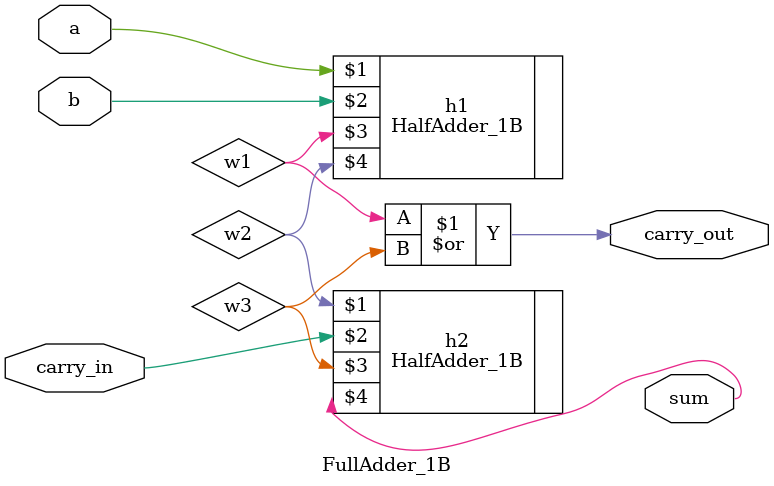
<source format=v>
module FullAdder_1B (a, b, carry_in, carry_out, sum);
    input a, b, carry_in;
    output carry_out, sum;

    wire w1, w2, w3;

    HalfAdder_1B h1(a, b, w1, w2);
    HalfAdder_1B h2(w2, carry_in, w3, sum);
    or o1(carry_out, w1, w3);
    
endmodule
</source>
